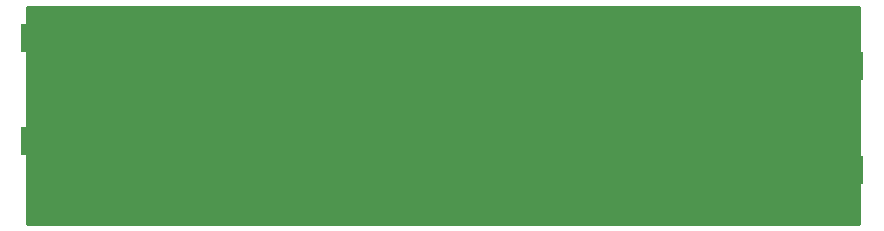
<source format=gbr>
G04 #@! TF.GenerationSoftware,KiCad,Pcbnew,(5.1.5)-3*
G04 #@! TF.CreationDate,2020-01-15T20:57:35-08:00*
G04 #@! TF.ProjectId,29MHz-LPF,32394d48-7a2d-44c5-9046-2e6b69636164,rev?*
G04 #@! TF.SameCoordinates,Original*
G04 #@! TF.FileFunction,Copper,L2,Bot*
G04 #@! TF.FilePolarity,Positive*
%FSLAX46Y46*%
G04 Gerber Fmt 4.6, Leading zero omitted, Abs format (unit mm)*
G04 Created by KiCad (PCBNEW (5.1.5)-3) date 2020-01-15 20:57:35*
%MOMM*%
%LPD*%
G04 APERTURE LIST*
%ADD10R,5.080000X2.420000*%
%ADD11C,0.970000*%
%ADD12R,0.950000X0.460000*%
%ADD13C,0.800000*%
%ADD14C,0.254000*%
G04 APERTURE END LIST*
D10*
X107500000Y-84520000D03*
X107500000Y-93280000D03*
D11*
X110940000Y-84520000D03*
X110940000Y-93280000D03*
D12*
X110490000Y-84520000D03*
X110490000Y-93280000D03*
X170688000Y-86933000D03*
X170688000Y-95693000D03*
D11*
X170238000Y-86933000D03*
X170238000Y-95693000D03*
D10*
X173678000Y-86933000D03*
X173678000Y-95693000D03*
D13*
X139954000Y-94234000D03*
X139954000Y-84582000D03*
D14*
G36*
X175870000Y-100305000D02*
G01*
X105435000Y-100305000D01*
X105435000Y-81940000D01*
X175870001Y-81940000D01*
X175870000Y-100305000D01*
G37*
X175870000Y-100305000D02*
X105435000Y-100305000D01*
X105435000Y-81940000D01*
X175870001Y-81940000D01*
X175870000Y-100305000D01*
M02*

</source>
